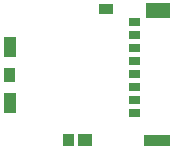
<source format=gbr>
G04 start of page 12 for group -4014 idx -4014 *
G04 Title: (unknown), bottompaste *
G04 Creator: pcb 20140316 *
G04 CreationDate: Fri Aug 26 09:03:46 2016 UTC *
G04 For: clemi *
G04 Format: Gerber/RS-274X *
G04 PCB-Dimensions (mil): 6000.00 5000.00 *
G04 PCB-Coordinate-Origin: lower left *
%MOIN*%
%FSLAX25Y25*%
%LNBOTTOMPASTE*%
%ADD167R,0.0276X0.0276*%
%ADD166R,0.0469X0.0469*%
%ADD165R,0.0346X0.0346*%
%ADD164R,0.0406X0.0406*%
%ADD163R,0.0354X0.0354*%
%ADD162R,0.0413X0.0413*%
%ADD161R,0.0374X0.0374*%
G54D161*X558366Y151280D02*X563169D01*
G54D162*X536358Y151476D02*X536949D01*
G54D163*X531102Y151772D02*Y151181D01*
G54D164*X511752Y165098D02*Y162461D01*
G54D165*X511457Y173858D02*Y172598D01*
G54D164*X511752Y183996D02*Y181358D01*
G54D165*X542953Y195315D02*X544409D01*
G54D166*X559390Y194705D02*X562697D01*
G54D167*X552795Y160630D02*X553780D01*
X552795Y164961D02*X553780D01*
X552795Y169291D02*X553780D01*
X552795Y173622D02*X553780D01*
X552795Y177953D02*X553780D01*
X552795Y182283D02*X553780D01*
X552795Y186614D02*X553780D01*
X552795Y190945D02*X553780D01*
M02*

</source>
